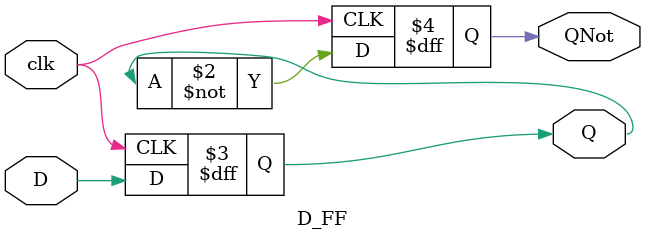
<source format=v>
module D_FF(
    input clk,
    input D,
    output reg Q,
    output reg QNot
);
    always @ (posedge clk)
    begin
    Q<=D;
    QNot<=~Q;
    end
    
endmodule
</source>
